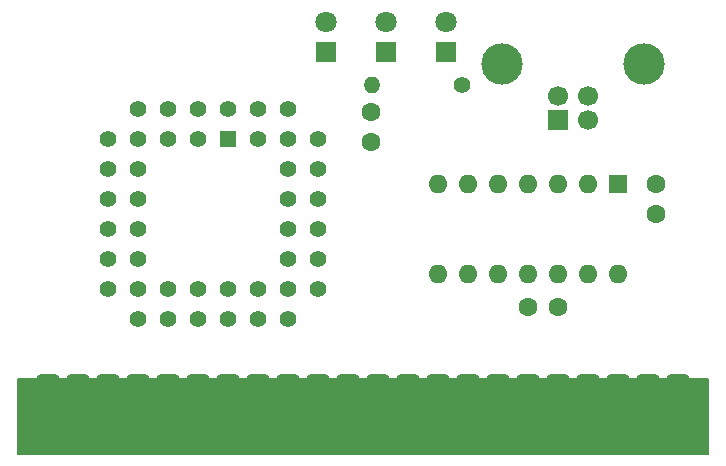
<source format=gbr>
%TF.GenerationSoftware,KiCad,Pcbnew,7.0.10*%
%TF.CreationDate,2024-01-06T19:24:24+00:00*%
%TF.ProjectId,v1a,7631612e-6b69-4636-9164-5f7063625858,rev?*%
%TF.SameCoordinates,Original*%
%TF.FileFunction,Soldermask,Top*%
%TF.FilePolarity,Negative*%
%FSLAX46Y46*%
G04 Gerber Fmt 4.6, Leading zero omitted, Abs format (unit mm)*
G04 Created by KiCad (PCBNEW 7.0.10) date 2024-01-06 19:24:24*
%MOMM*%
%LPD*%
G01*
G04 APERTURE LIST*
G04 Aperture macros list*
%AMRoundRect*
0 Rectangle with rounded corners*
0 $1 Rounding radius*
0 $2 $3 $4 $5 $6 $7 $8 $9 X,Y pos of 4 corners*
0 Add a 4 corners polygon primitive as box body*
4,1,4,$2,$3,$4,$5,$6,$7,$8,$9,$2,$3,0*
0 Add four circle primitives for the rounded corners*
1,1,$1+$1,$2,$3*
1,1,$1+$1,$4,$5*
1,1,$1+$1,$6,$7*
1,1,$1+$1,$8,$9*
0 Add four rect primitives between the rounded corners*
20,1,$1+$1,$2,$3,$4,$5,0*
20,1,$1+$1,$4,$5,$6,$7,0*
20,1,$1+$1,$6,$7,$8,$9,0*
20,1,$1+$1,$8,$9,$2,$3,0*%
G04 Aperture macros list end*
%ADD10C,0.150000*%
%ADD11R,1.600000X1.600000*%
%ADD12O,1.600000X1.600000*%
%ADD13C,1.600000*%
%ADD14R,1.422400X1.422400*%
%ADD15C,1.422400*%
%ADD16C,1.400000*%
%ADD17O,1.400000X1.400000*%
%ADD18R,1.800000X1.800000*%
%ADD19C,1.800000*%
%ADD20RoundRect,0.508000X-0.508000X-2.464500X0.508000X-2.464500X0.508000X2.464500X-0.508000X2.464500X0*%
%ADD21RoundRect,0.508000X-0.508000X-2.468000X0.508000X-2.468000X0.508000X2.468000X-0.508000X2.468000X0*%
%ADD22R,1.700000X1.700000*%
%ADD23C,1.700000*%
%ADD24C,3.500000*%
G04 APERTURE END LIST*
D10*
X40640000Y-88900000D02*
X99060000Y-88900000D01*
X99060000Y-95250000D01*
X40640000Y-95250000D01*
X40640000Y-88900000D01*
G36*
X40640000Y-88900000D02*
G01*
X99060000Y-88900000D01*
X99060000Y-95250000D01*
X40640000Y-95250000D01*
X40640000Y-88900000D01*
G37*
D11*
%TO.C,U2*%
X91440000Y-72390000D03*
D12*
X88900000Y-72390000D03*
X86360000Y-72390000D03*
X83820000Y-72390000D03*
X81280000Y-72390000D03*
X78740000Y-72390000D03*
X76200000Y-72390000D03*
X76200000Y-80010000D03*
X78740000Y-80010000D03*
X81280000Y-80010000D03*
X83820000Y-80010000D03*
X86360000Y-80010000D03*
X88900000Y-80010000D03*
X91440000Y-80010000D03*
%TD*%
D13*
%TO.C,C1*%
X94615000Y-74890000D03*
X94615000Y-72390000D03*
%TD*%
%TO.C,C3*%
X70485000Y-66314000D03*
X70485000Y-68814000D03*
%TD*%
D14*
%TO.C,U1*%
X58420000Y-68580000D03*
D15*
X55880000Y-66040000D03*
X55880000Y-68580000D03*
X53340000Y-66040000D03*
X53340000Y-68580000D03*
X50800000Y-66040000D03*
X48260000Y-68580000D03*
X50800000Y-68580000D03*
X48260000Y-71120000D03*
X50800000Y-71120000D03*
X48260000Y-73660000D03*
X50800000Y-73660000D03*
X48260000Y-76200000D03*
X50800000Y-76200000D03*
X48260000Y-78740000D03*
X50800000Y-78740000D03*
X48260000Y-81280000D03*
X50800000Y-83820000D03*
X50800000Y-81280000D03*
X53340000Y-83820000D03*
X53340000Y-81280000D03*
X55880000Y-83820000D03*
X55880000Y-81280000D03*
X58420000Y-83820000D03*
X58420000Y-81280000D03*
X60960000Y-83820000D03*
X60960000Y-81280000D03*
X63500000Y-83820000D03*
X66040000Y-81280000D03*
X63500000Y-81280000D03*
X66040000Y-78740000D03*
X63500000Y-78740000D03*
X66040000Y-76200000D03*
X63500000Y-76200000D03*
X66040000Y-73660000D03*
X63500000Y-73660000D03*
X66040000Y-71120000D03*
X63500000Y-71120000D03*
X66040000Y-68580000D03*
X63500000Y-66040000D03*
X63500000Y-68580000D03*
X60960000Y-66040000D03*
X60960000Y-68580000D03*
X58420000Y-66040000D03*
%TD*%
D13*
%TO.C,C2*%
X83820000Y-82804000D03*
X86320000Y-82804000D03*
%TD*%
D16*
%TO.C,R1*%
X78232000Y-64008000D03*
D17*
X70612000Y-64008000D03*
%TD*%
D18*
%TO.C,D1*%
X71755000Y-61214000D03*
D19*
X71755000Y-58674000D03*
%TD*%
D20*
%TO.C,J1*%
X43180000Y-91440000D03*
X45720000Y-91440000D03*
X48260000Y-91440000D03*
X50800000Y-91440000D03*
X53340000Y-91440000D03*
X55880000Y-91440000D03*
D21*
X58420000Y-91443500D03*
X60960000Y-91443500D03*
D20*
X63500000Y-91440000D03*
X66040000Y-91440000D03*
X68580000Y-91440000D03*
X71120000Y-91440000D03*
X73660000Y-91440000D03*
X76200000Y-91440000D03*
D21*
X78740000Y-91443500D03*
D20*
X81280000Y-91440000D03*
X83820000Y-91440000D03*
D21*
X86360000Y-91443500D03*
D20*
X88900000Y-91440000D03*
X91440000Y-91440000D03*
X93980000Y-91440000D03*
X96520000Y-91440000D03*
%TD*%
D18*
%TO.C,D2*%
X76835000Y-61214000D03*
D19*
X76835000Y-58674000D03*
%TD*%
D18*
%TO.C,D3*%
X66675000Y-61214000D03*
D19*
X66675000Y-58674000D03*
%TD*%
D22*
%TO.C,J2*%
X86360000Y-66940000D03*
D23*
X88860000Y-66940000D03*
X88860000Y-64940000D03*
X86360000Y-64940000D03*
D24*
X81590000Y-62230000D03*
X93630000Y-62230000D03*
%TD*%
M02*

</source>
